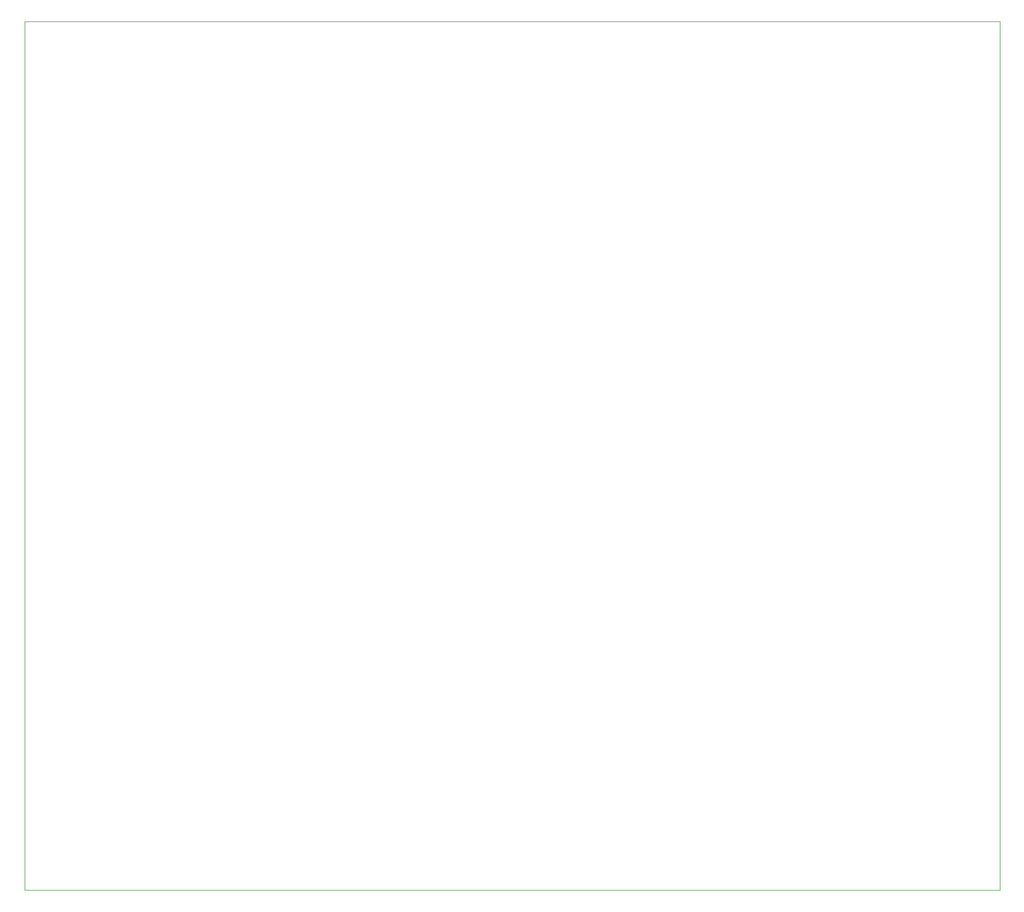
<source format=gbr>
%TF.GenerationSoftware,Altium Limited,Altium Designer,19.1.5 (86)*%
G04 Layer_Color=0*
%FSLAX26Y26*%
%MOIN*%
%TF.FileFunction,Profile,NP*%
%TF.Part,Single*%
G01*
G75*
%TA.AperFunction,Profile*%
%ADD88C,0.001000*%
D88*
X0Y0D02*
Y5399999D01*
X6060000Y5400000D01*
X6060000Y0D01*
X0D01*
%TF.MD5,312ec400ab9521f4ad38d28a9f9f2786*%
M02*

</source>
